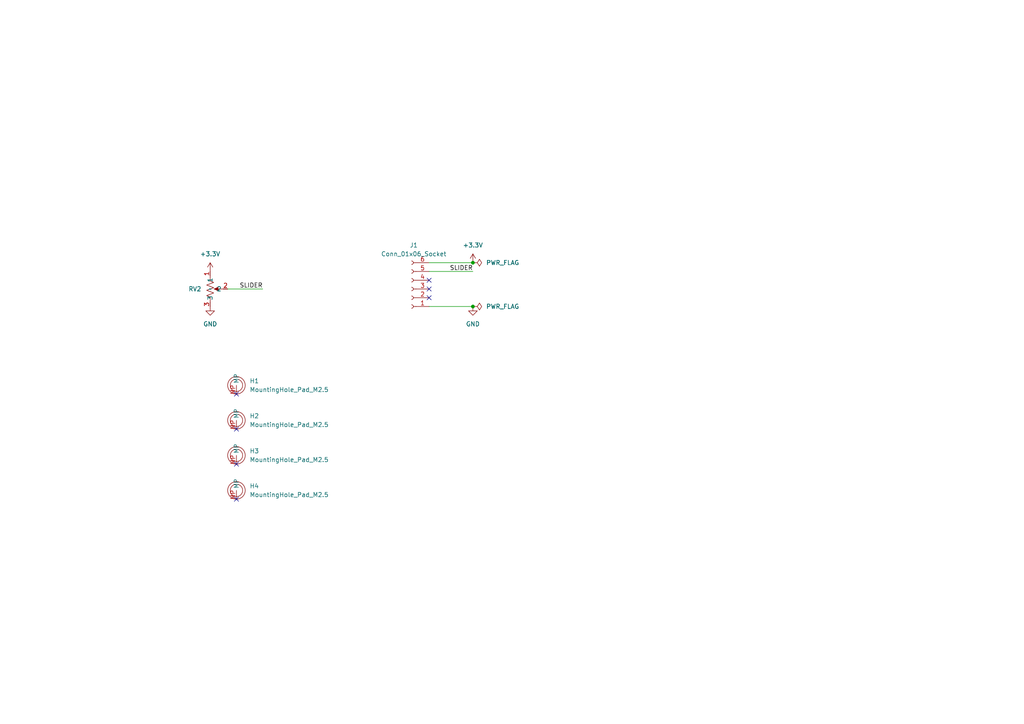
<source format=kicad_sch>
(kicad_sch (version 20230121) (generator eeschema)
  (paper "A4")
  (lib_symbols
    (symbol "Connector:Conn_01x06_Socket" (pin_names (offset 1.016) hide)
      (property "Reference" "J" (at 0 7.62 0))
      (property "Value" "Conn_01x06_Socket" (at 0 -10.16 0))
      (symbol "Conn_01x06_Socket_1_1"
        (arc (start 0 -7.112) (mid -0.5058 -7.62) (end 0 -8.128) (stroke (width 0.1524)))
        (arc (start 0 -4.572) (mid -0.5058 -5.08) (end 0 -5.588) (stroke (width 0.1524)))
        (arc (start 0 -2.032) (mid -0.5058 -2.54) (end 0 -3.048) (stroke (width 0.1524)))
        (polyline (pts (xy -1.27 -7.62) (xy -0.508 -7.62)) (stroke (width 0.1524)))
        (polyline (pts (xy -1.27 -5.08) (xy -0.508 -5.08)) (stroke (width 0.1524)))
        (polyline (pts (xy -1.27 -2.54) (xy -0.508 -2.54)) (stroke (width 0.1524)))
        (polyline (pts (xy -1.27 0) (xy -0.508 0)) (stroke (width 0.1524)))
        (polyline (pts (xy -1.27 2.54) (xy -0.508 2.54)) (stroke (width 0.1524)))
        (polyline (pts (xy -1.27 5.08) (xy -0.508 5.08)) (stroke (width 0.1524)))
        (arc (start 0 0.508) (mid -0.5058 0) (end 0 -0.508) (stroke (width 0.1524)))
        (arc (start 0 3.048) (mid -0.5058 2.54) (end 0 2.032) (stroke (width 0.1524)))
        (arc (start 0 5.588) (mid -0.5058 5.08) (end 0 4.572) (stroke (width 0.1524)))
        (pin passive line (at -5.08 5.08 0) (length 3.81) (name "Pin_1") (number "1"))
        (pin passive line (at -5.08 2.54 0) (length 3.81) (name "Pin_2") (number "2"))
        (pin passive line (at -5.08 0 0) (length 3.81) (name "Pin_3") (number "3"))
        (pin passive line (at -5.08 -2.54 0) (length 3.81) (name "Pin_4") (number "4"))
        (pin passive line (at -5.08 -5.08 0) (length 3.81) (name "Pin_5") (number "5"))
        (pin passive line (at -5.08 -7.62 0) (length 3.81) (name "Pin_6") (number "6"))
      )
    )
    (symbol "MPP_Device:R_Potentiometer"
      (property "Reference" "RV" (at -2.54 0 90))
      (symbol "R_Potentiometer_0_1"
        (polyline (pts (xy 0 -2.54) (xy 0 -3.81)))
        (polyline (pts (xy 0 -2.286) (xy 0 -2.54)))
        (polyline (pts (xy 0 2.54) (xy 0 2.286)))
        (polyline (pts (xy 0 3.81) (xy 0 2.54)))
        (polyline (pts (xy 2.54 0) (xy 1.524 0)))
        (polyline (pts (xy 2.54 0) (xy 3.81 0)))
        (polyline (pts (xy 1.143 0) (xy 2.286 0.508) (xy 2.286 -0.508) (xy 1.143 0)) (fill (type outline)))
        (polyline (pts (xy 0 -0.762) (xy 1.016 -1.143) (xy 0 -1.524) (xy -1.016 -1.905) (xy 0 -2.286)))
        (polyline (pts (xy 0 0.762) (xy 1.016 0.381) (xy 0 0) (xy -1.016 -0.381) (xy 0 -0.762)))
        (polyline (pts (xy 0 2.286) (xy 1.016 1.905) (xy 0 1.524) (xy -1.016 1.143) (xy 0 0.762)))
      )
      (symbol "R_Potentiometer_1_1"
        (pin passive line (at 0 5.08 270) (length 1.27) (name "1") (number "1"))
        (pin passive line (at 5.08 0 180) (length 1.27) (name "2") (number "2"))
        (pin passive line (at 0 -5.08 90) (length 1.27) (name "3") (number "3"))
      )
    )
    (symbol "MPP_Mechanical:MountingHole_Pad_M2.5"
      (property "Reference" "H" (at 2.54 2.54 0))
      (property "Value" "MountingHole_Pad_M2.5" (at 0 4.445 0))
      (symbol "MountingHole_Pad_M2.5_0_1"
        (circle (center 0 0) (radius 2.54))
      )
      (symbol "MountingHole_Pad_M2.5_1_1"
        (circle (center 0 0) (radius 1.7961))
        (pin passive line (at 0 -2.54 90) (length 2.54) (name "MP") (number "MP"))
      )
    )
    (symbol "power:+3.3V" (power) (pin_names (offset 0))
      (property "Value" "+3.3V" (at 0 3.556 0))
      (symbol "+3.3V_0_1"
        (polyline (pts (xy -0.762 1.27) (xy 0 2.54)))
        (polyline (pts (xy 0 0) (xy 0 2.54)))
        (polyline (pts (xy 0 2.54) (xy 0.762 1.27)))
      )
      (symbol "+3.3V_1_1"
        (pin power_in line (at 0 0 90) (length 0) hide (name "+3.3V") (number "1"))
      )
    )
    (symbol "power:GND" (power) (pin_names (offset 0))
      (property "Value" "GND" (at 0 -3.81 0))
      (symbol "GND_0_1"
        (polyline (pts (xy 0 0) (xy 0 -1.27) (xy 1.27 -1.27) (xy 0 -2.54) (xy -1.27 -1.27) (xy 0 -1.27)))
      )
      (symbol "GND_1_1"
        (pin power_in line (at 0 0 270) (length 0) hide (name "GND") (number "1"))
      )
    )
    (symbol "power:PWR_FLAG" (power) (pin_numbers hide) (pin_names (offset 0) hide)
      (property "Value" "PWR_FLAG" (at 0 3.81 0))
      (symbol "PWR_FLAG_0_0"
        (pin power_out line (at 0 0 90) (length 0) (name "pwr") (number "1"))
      )
      (symbol "PWR_FLAG_0_1"
        (polyline (pts (xy 0 0) (xy 0 1.27) (xy -1.016 1.905) (xy 0 2.54) (xy 1.016 1.905) (xy 0 1.27)))
      )
    )
  )
  (junction (at 137.16 88.9))
  (junction (at 137.16 76.2))
  (no_connect (at 68.58 144.78))
  (no_connect (at 68.58 134.62))
  (no_connect (at 124.46 86.36))
  (no_connect (at 68.58 124.46))
  (no_connect (at 124.46 83.82))
  (no_connect (at 68.58 114.3))
  (no_connect (at 124.46 81.28))
  (wire (pts (xy 124.46 76.2) (xy 137.16 76.2)))
  (wire (pts (xy 66.04 83.82) (xy 76.2 83.82)))
  (wire (pts (xy 124.46 78.74) (xy 137.16 78.74)))
  (wire (pts (xy 124.46 88.9) (xy 137.16 88.9)))
  (label "SLIDER" (at 76.2 83.82 180))
  (label "SLIDER" (at 137.16 78.74 180))
  (symbol (lib_id "MPP_Mechanical:MountingHole_Pad_M2.5") (at 68.58 111.76 0) (unit 1)
    (property "Reference" "H1" (at 72.39 110.49 0) (effects (justify left)))
    (property "Value" "MountingHole_Pad_M2.5" (at 72.39 113.03 0) (effects (justify left)))
    (property "Footprint" "MPP_MountingHole:MountingHole_M2.5" (effects hide))
  )
  (symbol (lib_id "Connector:Conn_01x06_Socket") (at 119.38 83.82 180) (unit 1)
    (property "Reference" "J1" (at 120.015 71.12 0))
    (property "Value" "Conn_01x06_Socket" (at 120.015 73.66 0))
    (property "Footprint" "Connector_FFC-FPC:Hirose_FH12-6S-0.5SH_1x06-1MP_P0.50mm_Horizontal" (effects hide))
  )
  (symbol (lib_id "MPP_Device:R_Potentiometer") (at 60.96 83.82 0) (unit 1)
    (property "Reference" "RV2" (at 58.42 83.82 0) (effects (justify right)))
    (property "Value" "~" (at 60.96 83.82 0))
    (property "Footprint" "Potentiometer_THT:Potentiometer_Bourns_PTA2043_Single_Slide" (effects hide))
  )
  (symbol (lib_id "power:+3.3V") (at 137.16 76.2 0) (unit 1)
    (property "Reference" "#PWR03" (effects hide))
    (property "Value" "+3.3V" (at 137.16 71.12 0))
  )
  (symbol (lib_id "MPP_Mechanical:MountingHole_Pad_M2.5") (at 68.58 121.92 0) (unit 1)
    (property "Reference" "H2" (at 72.39 120.65 0) (effects (justify left)))
    (property "Value" "MountingHole_Pad_M2.5" (at 72.39 123.19 0) (effects (justify left)))
    (property "Footprint" "MPP_MountingHole:MountingHole_M2.5" (effects hide))
  )
  (symbol (lib_id "MPP_Mechanical:MountingHole_Pad_M2.5") (at 68.58 132.08 0) (unit 1)
    (property "Reference" "H3" (at 72.39 130.81 0) (effects (justify left)))
    (property "Value" "MountingHole_Pad_M2.5" (at 72.39 133.35 0) (effects (justify left)))
    (property "Footprint" "MPP_MountingHole:MountingHole_M2.5" (effects hide))
  )
  (symbol (lib_id "power:GND") (at 137.16 88.9 0) (unit 1)
    (property "Reference" "#PWR01" (effects hide))
    (property "Value" "GND" (at 137.16 93.98 0))
  )
  (symbol (lib_id "power:GND") (at 60.96 88.9 0) (unit 1)
    (property "Reference" "#PWR06" (effects hide))
    (property "Value" "GND" (at 60.96 93.98 0))
  )
  (symbol (lib_id "MPP_Mechanical:MountingHole_Pad_M2.5") (at 68.58 142.24 0) (unit 1)
    (property "Reference" "H4" (at 72.39 140.97 0) (effects (justify left)))
    (property "Value" "MountingHole_Pad_M2.5" (at 72.39 143.51 0) (effects (justify left)))
    (property "Footprint" "MPP_MountingHole:MountingHole_M2.5" (effects hide))
  )
  (symbol (lib_id "power:+3.3V") (at 60.96 78.74 0) (unit 1)
    (property "Reference" "#PWR05" (effects hide))
    (property "Value" "+3.3V" (at 60.96 73.66 0))
  )
  (symbol (lib_id "power:PWR_FLAG") (at 137.16 88.9 270) (unit 1)
    (property "Reference" "#FLG02" (effects hide))
    (property "Value" "PWR_FLAG" (at 140.97 88.9 90) (effects (justify left)))
  )
  (symbol (lib_id "power:PWR_FLAG") (at 137.16 76.2 270) (unit 1)
    (property "Reference" "#FLG01" (effects hide))
    (property "Value" "PWR_FLAG" (at 140.97 76.2 90) (effects (justify left)))
  )
)
</source>
